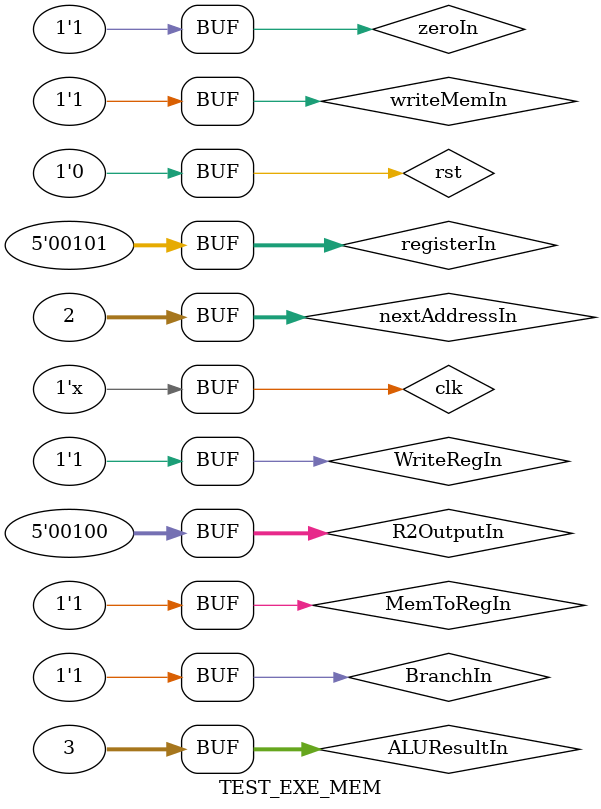
<source format=v>
`timescale 1ns / 1ps


module TEST_EXE_MEM;

	// Inputs
	reg clk;
	reg rst;
	reg WriteRegIn;
	reg MemToRegIn;
	reg writeMemIn;
	reg BranchIn;
	reg [31:0] nextAddressIn;
	reg zeroIn;
	reg [31:0] ALUResultIn;
	reg [4:0] R2OutputIn;
	reg [4:0] registerIn;

	// Outputs
	wire WriteRegOut;
	wire MemToRegOut;
	wire writeMemOut;
	wire BranchOut;
	wire [31:0] nextAddressOut;
	wire zeroOut;
	wire [31:0] ALUResultOut;
	wire [4:0] R2OutputOut;
	wire [4:0] registerOut;

	// Instantiate the Unit Under Test (UUT)
	EXE_MEM uut (
		.clk(clk), 
		.rst(rst), 
		.WriteRegIn(WriteRegIn), 
		.WriteRegOut(WriteRegOut), 
		.MemToRegIn(MemToRegIn), 
		.MemToRegOut(MemToRegOut), 
		.writeMemIn(writeMemIn), 
		.writeMemOut(writeMemOut), 
		.BranchIn(BranchIn), 
		.BranchOut(BranchOut), 
		.nextAddressIn(nextAddressIn), 
		.nextAddressOut(nextAddressOut), 
		.zeroIn(zeroIn), 
		.zeroOut(zeroOut), 
		.ALUResultIn(ALUResultIn), 
		.ALUResultOut(ALUResultOut), 
		.R2OutputIn(R2OutputIn), 
		.R2OutputOut(R2OutputOut), 
		.registerIn(registerIn), 
		.registerOut(registerOut)
	);

	initial begin
		// Initialize Inputs
		clk = 0;
		rst = 0;
		WriteRegIn = 0;
		MemToRegIn = 0;
		writeMemIn = 0;
		BranchIn = 0;
		nextAddressIn = 0;
		zeroIn = 0;
		ALUResultIn = 0;
		R2OutputIn = 0;
		registerIn = 0;

		// Wait 100 ns for global reset to finish
		#40;
      WriteRegIn = 1;
		MemToRegIn = 1;
		writeMemIn = 1;
		BranchIn = 1;
		nextAddressIn = 2;
		zeroIn = 1;
		ALUResultIn = 3;
		R2OutputIn = 4;
		registerIn = 5;  
		// Add stimulus here

	end
   always begin
			clk = ~clk;
			#50;
	end    
endmodule


</source>
